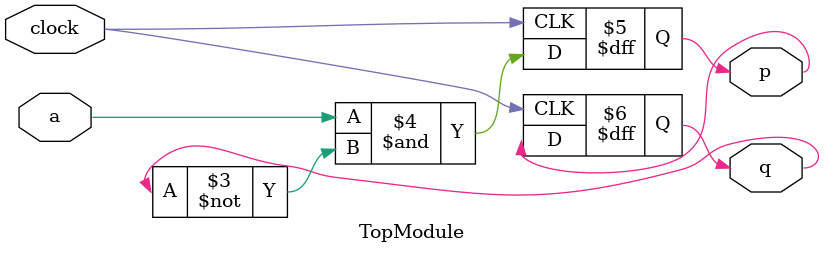
<source format=sv>

module TopModule (
  input clock,
  input a,
  output reg p,
  output reg q
);
always @(posedge clock) begin
    q <= p;
end

always @(posedge clock) begin
    p <= a & (~q);
end

endmodule

</source>
